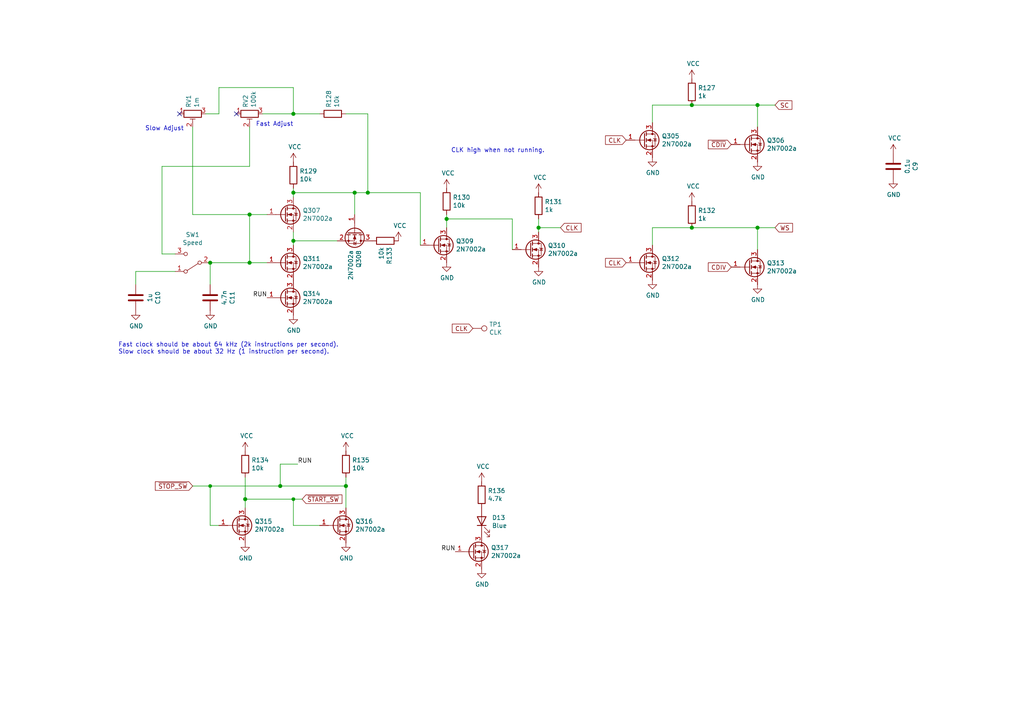
<source format=kicad_sch>
(kicad_sch (version 20210126) (generator eeschema)
  (paper "A4")
  (title_block (title "Q2 Clock Generator") (date "2021-02-05") (rev "1") (company "joewing.net"))
  (lib_symbols
    (symbol "Connector:TestPoint" (pin_numbers hide) (pin_names (offset 0.762) hide)
      (property "Reference" "TP" (at 0 6.858 0))
      (property "Value" "TestPoint" (at 0 5.08 0))
      (symbol "TestPoint_0_1"
        (circle (center 0 3.302) (radius 0.762))
      )
      (symbol "TestPoint_1_1"
        (pin passive line (at 0 0 90) (length 2.54) (name "1") (number "1"))
      )
    )
    (symbol "Device:C" (pin_numbers hide) (pin_names (offset 0.254))
      (property "Reference" "C" (at 0.635 2.54 0))
      (property "Value" "C" (at 0.635 -2.54 0))
      (symbol "C_0_1"
        (polyline (pts (xy -2.032 -0.762) (xy 2.032 -0.762)) (stroke (width 0.508)))
        (polyline (pts (xy -2.032 0.762) (xy 2.032 0.762)) (stroke (width 0.508)))
      )
      (symbol "C_1_1"
        (pin passive line (at 0 3.81 270) (length 2.794) (name "~") (number "1"))
        (pin passive line (at 0 -3.81 90) (length 2.794) (name "~") (number "2"))
      )
    )
    (symbol "Device:LED" (pin_numbers hide) (pin_names (offset 1.016) hide)
      (property "Reference" "D" (at 0 2.54 0))
      (property "Value" "LED" (at 0 -2.54 0))
      (symbol "LED_0_1"
        (polyline (pts (xy -1.27 -1.27) (xy -1.27 1.27)) (stroke (width 0.254)))
        (polyline (pts (xy -1.27 0) (xy 1.27 0)))
        (polyline (pts (xy 1.27 -1.27) (xy 1.27 1.27) (xy -1.27 0) (xy 1.27 -1.27)) (stroke (width 0.254)))
        (polyline (pts (xy -3.048 -0.762) (xy -4.572 -2.286) (xy -3.81 -2.286) (xy -4.572 -2.286) (xy -4.572 -1.524)))
        (polyline (pts (xy -1.778 -0.762) (xy -3.302 -2.286) (xy -2.54 -2.286) (xy -3.302 -2.286) (xy -3.302 -1.524)))
      )
      (symbol "LED_1_1"
        (pin passive line (at -3.81 0 0) (length 2.54) (name "K") (number "1"))
        (pin passive line (at 3.81 0 180) (length 2.54) (name "A") (number "2"))
      )
    )
    (symbol "Device:R" (pin_numbers hide) (pin_names (offset 0))
      (property "Reference" "R" (at 2.032 0 90))
      (property "Value" "R" (at 0 0 90))
      (symbol "R_0_1"
        (rectangle (start -1.016 -2.54) (end 1.016 2.54) (stroke (width 0.254)))
      )
      (symbol "R_1_1"
        (pin passive line (at 0 3.81 270) (length 1.27) (name "~") (number "1"))
        (pin passive line (at 0 -3.81 90) (length 1.27) (name "~") (number "2"))
      )
    )
    (symbol "Device:R_Potentiometer_Trim" (pin_names (offset 1.016) hide)
      (property "Reference" "RV" (at -4.445 0 90))
      (property "Value" "R_Potentiometer_Trim" (at -2.54 0 90))
      (symbol "R_Potentiometer_Trim_0_1"
        (rectangle (start 1.016 2.54) (end -1.016 -2.54) (stroke (width 0.254)))
        (polyline (pts (xy 1.524 0.762) (xy 1.524 -0.762)))
        (polyline (pts (xy 2.54 0) (xy 1.524 0)))
      )
      (symbol "R_Potentiometer_Trim_1_1"
        (pin passive line (at 0 3.81 270) (length 1.27) (name "1") (number "1"))
        (pin passive line (at 3.81 0 180) (length 1.27) (name "2") (number "2"))
        (pin passive line (at 0 -3.81 90) (length 1.27) (name "3") (number "3"))
      )
    )
    (symbol "Switch:SW_SPDT" (pin_names (offset 0) hide)
      (property "Reference" "SW" (at 0 4.318 0))
      (property "Value" "SW_SPDT" (at 0 -5.08 0))
      (symbol "SW_SPDT_0_0"
        (circle (center -2.032 0) (radius 0.508))
        (circle (center 2.032 -2.54) (radius 0.508))
      )
      (symbol "SW_SPDT_0_1"
        (circle (center 2.032 2.54) (radius 0.508))
        (polyline (pts (xy -1.524 0.254) (xy 1.651 2.286)))
      )
      (symbol "SW_SPDT_1_1"
        (pin passive line (at 5.08 2.54 180) (length 2.54) (name "A") (number "1"))
        (pin passive line (at -5.08 0 0) (length 2.54) (name "B") (number "2"))
        (pin passive line (at 5.08 -2.54 180) (length 2.54) (name "C") (number "3"))
      )
    )
    (symbol "Transistor_FET:2N7002" (pin_names hide)
      (property "Reference" "Q" (at 5.08 1.905 0))
      (property "Value" "2N7002" (at 5.08 0 0))
      (symbol "2N7002_0_1"
        (circle (center 1.651 0) (radius 2.794) (stroke (width 0.254)))
        (circle (center 2.54 -1.778) (radius 0.254) (fill (type outline)))
        (circle (center 2.54 1.778) (radius 0.254) (fill (type outline)))
        (polyline (pts (xy 0.254 0) (xy -2.54 0)))
        (polyline (pts (xy 0.254 1.905) (xy 0.254 -1.905)) (stroke (width 0.254)))
        (polyline (pts (xy 0.762 -1.27) (xy 0.762 -2.286)) (stroke (width 0.254)))
        (polyline (pts (xy 0.762 0.508) (xy 0.762 -0.508)) (stroke (width 0.254)))
        (polyline (pts (xy 0.762 2.286) (xy 0.762 1.27)) (stroke (width 0.254)))
        (polyline (pts (xy 2.54 2.54) (xy 2.54 1.778)))
        (polyline (pts (xy 2.54 -2.54) (xy 2.54 0) (xy 0.762 0)))
        (polyline (pts (xy 0.762 -1.778) (xy 3.302 -1.778) (xy 3.302 1.778) (xy 0.762 1.778)))
        (polyline (pts (xy 1.016 0) (xy 2.032 0.381) (xy 2.032 -0.381) (xy 1.016 0)) (fill (type outline)))
        (polyline (pts (xy 2.794 0.508) (xy 2.921 0.381) (xy 3.683 0.381) (xy 3.81 0.254)))
        (polyline (pts (xy 3.302 0.381) (xy 2.921 -0.254) (xy 3.683 -0.254) (xy 3.302 0.381)))
      )
      (symbol "2N7002_1_1"
        (pin input line (at -5.08 0 0) (length 2.54) (name "G") (number "1"))
        (pin passive line (at 2.54 -5.08 90) (length 2.54) (name "S") (number "2"))
        (pin passive line (at 2.54 5.08 270) (length 2.54) (name "D") (number "3"))
      )
    )
    (symbol "power:GND" (power) (pin_names (offset 0))
      (property "Value" "GND" (at 0 -3.81 0))
      (symbol "GND_0_1"
        (polyline (pts (xy 0 0) (xy 0 -1.27) (xy 1.27 -1.27) (xy 0 -2.54) (xy -1.27 -1.27) (xy 0 -1.27)))
      )
      (symbol "GND_1_1"
        (pin power_in line (at 0 0 270) (length 0) hide (name "GND") (number "1"))
      )
    )
    (symbol "power:VCC" (power) (pin_names (offset 0))
      (property "Value" "VCC" (at 0 3.81 0))
      (symbol "VCC_0_1"
        (polyline (pts (xy -0.762 1.27) (xy 0 2.54)))
        (polyline (pts (xy 0 0) (xy 0 2.54)))
        (polyline (pts (xy 0 2.54) (xy 0.762 1.27)))
      )
      (symbol "VCC_1_1"
        (pin power_in line (at 0 0 90) (length 0) hide (name "VCC") (number "1"))
      )
    )
  )
  (junction (at 60.96 76.2) (diameter 1.016))
  (junction (at 60.96 140.97) (diameter 0.9144))
  (junction (at 71.12 144.78) (diameter 1.016))
  (junction (at 72.39 62.23) (diameter 1.016))
  (junction (at 72.39 76.2) (diameter 1.016))
  (junction (at 81.28 140.97) (diameter 1.016))
  (junction (at 85.09 33.02) (diameter 1.016))
  (junction (at 85.09 55.88) (diameter 1.016))
  (junction (at 85.09 69.85) (diameter 1.016))
  (junction (at 85.09 144.78) (diameter 0.9144))
  (junction (at 100.33 140.97) (diameter 1.016))
  (junction (at 102.87 55.88) (diameter 1.016))
  (junction (at 106.68 55.88) (diameter 1.016))
  (junction (at 129.54 63.5) (diameter 1.016))
  (junction (at 156.21 66.04) (diameter 1.016))
  (junction (at 200.66 30.48) (diameter 1.016))
  (junction (at 200.66 66.04) (diameter 1.016))
  (junction (at 219.71 30.48) (diameter 1.016))
  (junction (at 219.71 66.04) (diameter 1.016))
  (no_connect (at 52.07 33.02))
  (no_connect (at 68.58 33.02))
  (wire (pts (xy 39.37 78.74) (xy 39.37 82.55)))
  (wire (pts (xy 46.99 48.26) (xy 72.39 48.26)))
  (wire (pts (xy 46.99 73.66) (xy 46.99 48.26)))
  (wire (pts (xy 46.99 73.66) (xy 50.8 73.66)))
  (wire (pts (xy 50.8 78.74) (xy 39.37 78.74)))
  (wire (pts (xy 55.88 36.83) (xy 55.88 62.23)))
  (wire (pts (xy 55.88 62.23) (xy 72.39 62.23)))
  (wire (pts (xy 55.88 140.97) (xy 60.96 140.97)))
  (wire (pts (xy 60.96 76.2) (xy 60.96 82.55)))
  (wire (pts (xy 60.96 76.2) (xy 72.39 76.2)))
  (wire (pts (xy 60.96 140.97) (xy 81.28 140.97)))
  (wire (pts (xy 60.96 152.4) (xy 60.96 140.97)))
  (wire (pts (xy 63.5 25.4) (xy 63.5 33.02)))
  (wire (pts (xy 63.5 33.02) (xy 59.69 33.02)))
  (wire (pts (xy 63.5 152.4) (xy 60.96 152.4)))
  (wire (pts (xy 71.12 138.43) (xy 71.12 144.78)))
  (wire (pts (xy 71.12 144.78) (xy 85.09 144.78)))
  (wire (pts (xy 71.12 147.32) (xy 71.12 144.78)))
  (wire (pts (xy 72.39 36.83) (xy 72.39 48.26)))
  (wire (pts (xy 72.39 62.23) (xy 77.47 62.23)))
  (wire (pts (xy 72.39 76.2) (xy 72.39 62.23)))
  (wire (pts (xy 76.2 33.02) (xy 85.09 33.02)))
  (wire (pts (xy 77.47 76.2) (xy 72.39 76.2)))
  (wire (pts (xy 81.28 134.62) (xy 81.28 140.97)))
  (wire (pts (xy 81.28 140.97) (xy 100.33 140.97)))
  (wire (pts (xy 85.09 25.4) (xy 63.5 25.4)))
  (wire (pts (xy 85.09 25.4) (xy 85.09 33.02)))
  (wire (pts (xy 85.09 33.02) (xy 92.71 33.02)))
  (wire (pts (xy 85.09 54.61) (xy 85.09 55.88)))
  (wire (pts (xy 85.09 55.88) (xy 85.09 57.15)))
  (wire (pts (xy 85.09 55.88) (xy 102.87 55.88)))
  (wire (pts (xy 85.09 67.31) (xy 85.09 69.85)))
  (wire (pts (xy 85.09 69.85) (xy 85.09 71.12)))
  (wire (pts (xy 85.09 144.78) (xy 85.09 152.4)))
  (wire (pts (xy 85.09 144.78) (xy 87.63 144.78)))
  (wire (pts (xy 85.09 152.4) (xy 92.71 152.4)))
  (wire (pts (xy 86.36 134.62) (xy 81.28 134.62)))
  (wire (pts (xy 97.79 69.85) (xy 85.09 69.85)))
  (wire (pts (xy 100.33 138.43) (xy 100.33 140.97)))
  (wire (pts (xy 100.33 140.97) (xy 100.33 147.32)))
  (wire (pts (xy 102.87 55.88) (xy 102.87 62.23)))
  (wire (pts (xy 106.68 33.02) (xy 100.33 33.02)))
  (wire (pts (xy 106.68 33.02) (xy 106.68 55.88)))
  (wire (pts (xy 106.68 55.88) (xy 102.87 55.88)))
  (wire (pts (xy 106.68 55.88) (xy 121.92 55.88)))
  (wire (pts (xy 121.92 55.88) (xy 121.92 71.12)))
  (wire (pts (xy 129.54 62.23) (xy 129.54 63.5)))
  (wire (pts (xy 129.54 63.5) (xy 129.54 66.04)))
  (wire (pts (xy 129.54 63.5) (xy 148.59 63.5)))
  (wire (pts (xy 148.59 63.5) (xy 148.59 72.39)))
  (wire (pts (xy 156.21 63.5) (xy 156.21 66.04)))
  (wire (pts (xy 156.21 66.04) (xy 156.21 67.31)))
  (wire (pts (xy 162.56 66.04) (xy 156.21 66.04)))
  (wire (pts (xy 189.23 30.48) (xy 200.66 30.48)))
  (wire (pts (xy 189.23 35.56) (xy 189.23 30.48)))
  (wire (pts (xy 189.23 66.04) (xy 200.66 66.04)))
  (wire (pts (xy 189.23 71.12) (xy 189.23 66.04)))
  (wire (pts (xy 200.66 30.48) (xy 219.71 30.48)))
  (wire (pts (xy 200.66 66.04) (xy 219.71 66.04)))
  (wire (pts (xy 219.71 30.48) (xy 219.71 36.83)))
  (wire (pts (xy 219.71 66.04) (xy 219.71 72.39)))
  (wire (pts (xy 224.79 30.48) (xy 219.71 30.48)))
  (wire (pts (xy 224.79 66.04) (xy 219.71 66.04)))
  (text "Fast clock should be about 64 kHz (2k instructions per second).\nSlow clock should be about 32 Hz (1 instruction per second)." (at 34.29 102.87 0) (effects (font (size 1.27 1.27)) (justify left bottom)))
  (text "Slow Adjust" (at 53.34 38.1 180) (effects (font (size 1.27 1.27)) (justify right bottom)))
  (text "Fast Adjust" (at 85.09 36.83 180) (effects (font (size 1.27 1.27)) (justify right bottom)))
  (text "CLK high when not running." (at 130.81 44.45 0) (effects (font (size 1.27 1.27)) (justify left bottom)))
  (label "RUN" (at 77.47 86.36 180))
  (label "RUN" (at 86.36 134.62 0))
  (label "RUN" (at 132.08 160.02 180))
  (global_label "~STOP_SW" (shape input) (at 55.88 140.97 180) (property "Intersheet References" "${INTERSHEET_REFS}" (effects hide)))
  (global_label "~START_SW" (shape input) (at 87.63 144.78 0) (property "Intersheet References" "${INTERSHEET_REFS}" (effects hide)))
  (global_label "CLK" (shape input) (at 137.16 95.25 180) (property "Intersheet References" "${INTERSHEET_REFS}" (effects hide)))
  (global_label "CLK" (shape input) (at 162.56 66.04 0) (property "Intersheet References" "${INTERSHEET_REFS}" (effects hide)))
  (global_label "CLK" (shape input) (at 181.61 40.64 180) (property "Intersheet References" "${INTERSHEET_REFS}" (effects hide)))
  (global_label "CLK" (shape input) (at 181.61 76.2 180) (property "Intersheet References" "${INTERSHEET_REFS}" (effects hide)))
  (global_label "~CDIV" (shape input) (at 212.09 41.91 180) (property "Intersheet References" "${INTERSHEET_REFS}" (effects hide)))
  (global_label "CDIV" (shape input) (at 212.09 77.47 180) (property "Intersheet References" "${INTERSHEET_REFS}" (effects hide)))
  (global_label "SC" (shape input) (at 224.79 30.48 0) (property "Intersheet References" "${INTERSHEET_REFS}" (effects hide)))
  (global_label "WS" (shape input) (at 224.79 66.04 0) (property "Intersheet References" "${INTERSHEET_REFS}" (effects hide)))
  (symbol (lib_id "Connector:TestPoint") (at 137.16 95.25 270) (unit 1)
    (property "Reference" "TP1" (at 141.8591 94.1006 90) (effects (justify left)))
    (property "Value" "CLK" (at 141.859 96.399 90) (effects (justify left)))
    (property "Footprint" "TestPoint:TestPoint_Loop_D2.50mm_Drill1.0mm" (effects hide))
  )
  (symbol (lib_id "power:VCC") (at 71.12 130.81 0) (unit 1)
    (property "Reference" "#PWR0282" (effects hide))
    (property "Value" "VCC" (at 71.5518 126.4158 0))
  )
  (symbol (lib_id "power:VCC") (at 85.09 46.99 0) (unit 1)
    (property "Reference" "#PWR0268" (effects hide))
    (property "Value" "VCC" (at 85.5218 42.5958 0))
  )
  (symbol (lib_id "power:VCC") (at 100.33 130.81 0) (unit 1)
    (property "Reference" "#PWR0283" (effects hide))
    (property "Value" "VCC" (at 100.7618 126.4158 0))
  )
  (symbol (lib_id "power:VCC") (at 115.57 69.85 0) (unit 1)
    (property "Reference" "#PWR0274" (effects hide))
    (property "Value" "VCC" (at 116.0018 65.4558 0))
  )
  (symbol (lib_id "power:VCC") (at 129.54 54.61 0) (unit 1)
    (property "Reference" "#PWR0271" (effects hide))
    (property "Value" "VCC" (at 129.9718 50.2158 0))
  )
  (symbol (lib_id "power:VCC") (at 139.7 139.7 0) (unit 1)
    (property "Reference" "#PWR0284" (effects hide))
    (property "Value" "VCC" (at 140.1318 135.3058 0))
  )
  (symbol (lib_id "power:VCC") (at 156.21 55.88 0) (unit 1)
    (property "Reference" "#PWR0272" (effects hide))
    (property "Value" "VCC" (at 156.6418 51.4858 0))
  )
  (symbol (lib_id "power:VCC") (at 200.66 22.86 0) (unit 1)
    (property "Reference" "#PWR0265" (effects hide))
    (property "Value" "VCC" (at 201.0918 18.4658 0))
  )
  (symbol (lib_id "power:VCC") (at 200.66 58.42 0) (unit 1)
    (property "Reference" "#PWR0273" (effects hide))
    (property "Value" "VCC" (at 201.0918 54.0258 0))
  )
  (symbol (lib_id "power:VCC") (at 259.08 44.45 0) (unit 1)
    (property "Reference" "#PWR0266" (effects hide))
    (property "Value" "VCC" (at 259.5118 40.0558 0))
  )
  (symbol (lib_id "power:GND") (at 39.37 90.17 0) (unit 1)
    (property "Reference" "#PWR0279" (effects hide))
    (property "Value" "GND" (at 39.497 94.5642 0))
  )
  (symbol (lib_id "power:GND") (at 60.96 90.17 0) (unit 1)
    (property "Reference" "#PWR0280" (effects hide))
    (property "Value" "GND" (at 61.087 94.5642 0))
  )
  (symbol (lib_id "power:GND") (at 71.12 157.48 0) (unit 1)
    (property "Reference" "#PWR0285" (effects hide))
    (property "Value" "GND" (at 71.247 161.8742 0))
  )
  (symbol (lib_id "power:GND") (at 85.09 91.44 0) (unit 1)
    (property "Reference" "#PWR0281" (effects hide))
    (property "Value" "GND" (at 85.217 95.8342 0))
  )
  (symbol (lib_id "power:GND") (at 100.33 157.48 0) (unit 1)
    (property "Reference" "#PWR0286" (effects hide))
    (property "Value" "GND" (at 100.457 161.8742 0))
  )
  (symbol (lib_id "power:GND") (at 129.54 76.2 0) (unit 1)
    (property "Reference" "#PWR0275" (effects hide))
    (property "Value" "GND" (at 129.667 80.5942 0))
  )
  (symbol (lib_id "power:GND") (at 139.7 165.1 0) (unit 1)
    (property "Reference" "#PWR0287" (effects hide))
    (property "Value" "GND" (at 139.827 169.4942 0))
  )
  (symbol (lib_id "power:GND") (at 156.21 77.47 0) (unit 1)
    (property "Reference" "#PWR0276" (effects hide))
    (property "Value" "GND" (at 156.337 81.8642 0))
  )
  (symbol (lib_id "power:GND") (at 189.23 45.72 0) (unit 1)
    (property "Reference" "#PWR0267" (effects hide))
    (property "Value" "GND" (at 189.357 50.1142 0))
  )
  (symbol (lib_id "power:GND") (at 189.23 81.28 0) (unit 1)
    (property "Reference" "#PWR0277" (effects hide))
    (property "Value" "GND" (at 189.357 85.6742 0))
  )
  (symbol (lib_id "power:GND") (at 219.71 46.99 0) (unit 1)
    (property "Reference" "#PWR0269" (effects hide))
    (property "Value" "GND" (at 219.837 51.3842 0))
  )
  (symbol (lib_id "power:GND") (at 219.71 82.55 0) (unit 1)
    (property "Reference" "#PWR0278" (effects hide))
    (property "Value" "GND" (at 219.837 86.9442 0))
  )
  (symbol (lib_id "power:GND") (at 259.08 52.07 0) (unit 1)
    (property "Reference" "#PWR0270" (effects hide))
    (property "Value" "GND" (at 259.207 56.4642 0))
  )
  (symbol (lib_id "Device:R") (at 71.12 134.62 0) (unit 1)
    (property "Reference" "R134" (at 72.898 133.4516 0) (effects (justify left)))
    (property "Value" "10k" (at 72.898 135.763 0) (effects (justify left)))
    (property "Footprint" "Resistor_SMD:R_0805_2012Metric" (effects hide))
    (property "LCSC" "C17414" (effects hide))
  )
  (symbol (lib_id "Device:R") (at 85.09 50.8 0) (unit 1)
    (property "Reference" "R129" (at 86.868 49.6316 0) (effects (justify left)))
    (property "Value" "10k" (at 86.868 51.943 0) (effects (justify left)))
    (property "Footprint" "Resistor_SMD:R_0805_2012Metric" (effects hide))
    (property "LCSC" "C17414" (effects hide))
  )
  (symbol (lib_id "Device:R") (at 96.52 33.02 90) (unit 1)
    (property "Reference" "R128" (at 95.3516 31.242 0) (effects (justify left)))
    (property "Value" "10k" (at 97.663 31.242 0) (effects (justify left)))
    (property "Footprint" "Resistor_SMD:R_0805_2012Metric" (effects hide))
    (property "LCSC" "C17414" (effects hide))
  )
  (symbol (lib_id "Device:R") (at 100.33 134.62 0) (unit 1)
    (property "Reference" "R135" (at 102.108 133.4516 0) (effects (justify left)))
    (property "Value" "10k" (at 102.108 135.763 0) (effects (justify left)))
    (property "Footprint" "Resistor_SMD:R_0805_2012Metric" (effects hide))
    (property "LCSC" "C17414" (effects hide))
  )
  (symbol (lib_id "Device:R") (at 111.76 69.85 270) (unit 1)
    (property "Reference" "R133" (at 112.9284 71.628 0) (effects (justify left)))
    (property "Value" "10k" (at 110.617 71.628 0) (effects (justify left)))
    (property "Footprint" "Resistor_SMD:R_0805_2012Metric" (effects hide))
    (property "LCSC" "C17414" (effects hide))
  )
  (symbol (lib_id "Device:R") (at 129.54 58.42 0) (unit 1)
    (property "Reference" "R130" (at 131.318 57.2516 0) (effects (justify left)))
    (property "Value" "10k" (at 131.318 59.563 0) (effects (justify left)))
    (property "Footprint" "Resistor_SMD:R_0805_2012Metric" (effects hide))
    (property "LCSC" "C17414" (effects hide))
  )
  (symbol (lib_id "Device:R") (at 139.7 143.51 0) (unit 1)
    (property "Reference" "R136" (at 141.478 142.3416 0) (effects (justify left)))
    (property "Value" "4.7k" (at 141.478 144.653 0) (effects (justify left)))
    (property "Footprint" "Resistor_SMD:R_0805_2012Metric" (effects hide))
    (property "LCSC" "C17673" (effects hide))
  )
  (symbol (lib_id "Device:R") (at 156.21 59.69 0) (unit 1)
    (property "Reference" "R131" (at 157.988 58.5216 0) (effects (justify left)))
    (property "Value" "1k" (at 157.988 60.833 0) (effects (justify left)))
    (property "Footprint" "Resistor_SMD:R_0805_2012Metric" (effects hide))
    (property "LCSC" "C17513" (effects hide))
  )
  (symbol (lib_id "Device:R") (at 200.66 26.67 0) (unit 1)
    (property "Reference" "R127" (at 202.438 25.5016 0) (effects (justify left)))
    (property "Value" "1k" (at 202.438 27.813 0) (effects (justify left)))
    (property "Footprint" "Resistor_SMD:R_0805_2012Metric" (effects hide))
    (property "LCSC" "C17513" (effects hide))
  )
  (symbol (lib_id "Device:R") (at 200.66 62.23 0) (unit 1)
    (property "Reference" "R132" (at 202.438 61.0616 0) (effects (justify left)))
    (property "Value" "1k" (at 202.438 63.373 0) (effects (justify left)))
    (property "Footprint" "Resistor_SMD:R_0805_2012Metric" (effects hide))
    (property "LCSC" "C17513" (effects hide))
  )
  (symbol (lib_id "Device:LED") (at 139.7 151.13 90) (unit 1)
    (property "Reference" "D13" (at 142.6718 150.1394 90) (effects (justify right)))
    (property "Value" "Blue" (at 142.6718 152.4508 90) (effects (justify right)))
    (property "Footprint" "LED_SMD:LED_0805_2012Metric" (effects hide))
    (property "LCSC" "C2293" (effects hide))
  )
  (symbol (lib_id "Device:C") (at 39.37 86.36 180) (unit 1)
    (property "Reference" "C10" (at 45.7708 86.36 90))
    (property "Value" "1u" (at 43.459 86.36 90))
    (property "Footprint" "Capacitor_SMD:C_0805_2012Metric" (effects hide))
    (property "LCSC" "C28323" (effects hide))
  )
  (symbol (lib_id "Device:C") (at 60.96 86.36 180) (unit 1)
    (property "Reference" "C11" (at 67.3608 86.36 90))
    (property "Value" "4.7n" (at 65.0494 86.36 90))
    (property "Footprint" "Capacitor_SMD:C_0805_2012Metric" (effects hide))
    (property "LCSC" "C1744" (effects hide))
  )
  (symbol (lib_id "Device:C") (at 259.08 48.26 180) (unit 1)
    (property "Reference" "C9" (at 265.4808 48.26 90))
    (property "Value" "0.1u" (at 263.1694 48.26 90))
    (property "Footprint" "Capacitor_SMD:C_0805_2012Metric" (effects hide))
    (property "LCSC" "C49678" (effects hide))
  )
  (symbol (lib_id "Device:R_Potentiometer_Trim") (at 55.88 33.02 90) (mirror x) (unit 1)
    (property "Reference" "RV1" (at 54.7116 31.242 0) (effects (justify right)))
    (property "Value" "1m" (at 57.023 31.242 0) (effects (justify right)))
    (property "Footprint" "Potentiometer_THT:Potentiometer_Bourns_3296W_Vertical" (effects hide))
  )
  (symbol (lib_id "Device:R_Potentiometer_Trim") (at 72.39 33.02 90) (mirror x) (unit 1)
    (property "Reference" "RV2" (at 71.2216 31.242 0) (effects (justify right)))
    (property "Value" "100k" (at 73.533 31.242 0) (effects (justify right)))
    (property "Footprint" "Potentiometer_THT:Potentiometer_Bourns_3296W_Vertical" (effects hide))
  )
  (symbol (lib_id "Switch:SW_SPDT") (at 55.88 76.2 180) (unit 1)
    (property "Reference" "SW1" (at 55.88 68.0782 0))
    (property "Value" "Speed" (at 55.88 70.377 0))
    (property "Footprint" "Connector_PinHeader_2.54mm:PinHeader_1x03_P2.54mm_Vertical" (effects hide))
  )
  (symbol (lib_id "Transistor_FET:2N7002") (at 68.58 152.4 0) (unit 1)
    (property "Reference" "Q315" (at 73.8124 151.2316 0) (effects (justify left)))
    (property "Value" "2N7002a" (at 73.8124 153.543 0) (effects (justify left)))
    (property "Footprint" "Package_TO_SOT_SMD:SOT-23" (effects hide))
    (property "Datasheet" "https://www.fairchildsemi.com/datasheets/2N/2N7002.pdf" (effects hide))
    (property "LCSC" "C8545" (effects hide))
  )
  (symbol (lib_id "Transistor_FET:2N7002") (at 82.55 62.23 0) (unit 1)
    (property "Reference" "Q307" (at 87.7824 61.0616 0) (effects (justify left)))
    (property "Value" "2N7002a" (at 87.7824 63.373 0) (effects (justify left)))
    (property "Footprint" "Package_TO_SOT_SMD:SOT-23" (effects hide))
    (property "Datasheet" "https://www.fairchildsemi.com/datasheets/2N/2N7002.pdf" (effects hide))
    (property "LCSC" "C8545" (effects hide))
  )
  (symbol (lib_id "Transistor_FET:2N7002") (at 82.55 76.2 0) (unit 1)
    (property "Reference" "Q311" (at 87.7824 75.0316 0) (effects (justify left)))
    (property "Value" "2N7002a" (at 87.7824 77.343 0) (effects (justify left)))
    (property "Footprint" "Package_TO_SOT_SMD:SOT-23" (effects hide))
    (property "Datasheet" "https://www.fairchildsemi.com/datasheets/2N/2N7002.pdf" (effects hide))
    (property "LCSC" "C8545" (effects hide))
  )
  (symbol (lib_id "Transistor_FET:2N7002") (at 82.55 86.36 0) (unit 1)
    (property "Reference" "Q314" (at 87.7824 85.1916 0) (effects (justify left)))
    (property "Value" "2N7002a" (at 87.7824 87.503 0) (effects (justify left)))
    (property "Footprint" "Package_TO_SOT_SMD:SOT-23" (effects hide))
    (property "Datasheet" "https://www.fairchildsemi.com/datasheets/2N/2N7002.pdf" (effects hide))
    (property "LCSC" "C8545" (effects hide))
  )
  (symbol (lib_id "Transistor_FET:2N7002") (at 97.79 152.4 0) (unit 1)
    (property "Reference" "Q316" (at 103.0224 151.2316 0) (effects (justify left)))
    (property "Value" "2N7002a" (at 103.0224 153.543 0) (effects (justify left)))
    (property "Footprint" "Package_TO_SOT_SMD:SOT-23" (effects hide))
    (property "Datasheet" "https://www.fairchildsemi.com/datasheets/2N/2N7002.pdf" (effects hide))
    (property "LCSC" "C8545" (effects hide))
  )
  (symbol (lib_id "Transistor_FET:2N7002") (at 102.87 67.31 270) (unit 1)
    (property "Reference" "Q308" (at 104.0384 72.5424 0) (effects (justify left)))
    (property "Value" "2N7002a" (at 101.727 72.5424 0) (effects (justify left)))
    (property "Footprint" "Package_TO_SOT_SMD:SOT-23" (effects hide))
    (property "Datasheet" "https://www.fairchildsemi.com/datasheets/2N/2N7002.pdf" (effects hide))
    (property "LCSC" "C8545" (effects hide))
  )
  (symbol (lib_id "Transistor_FET:2N7002") (at 127 71.12 0) (unit 1)
    (property "Reference" "Q309" (at 132.2324 69.9516 0) (effects (justify left)))
    (property "Value" "2N7002a" (at 132.2324 72.263 0) (effects (justify left)))
    (property "Footprint" "Package_TO_SOT_SMD:SOT-23" (effects hide))
    (property "Datasheet" "https://www.fairchildsemi.com/datasheets/2N/2N7002.pdf" (effects hide))
    (property "LCSC" "C8545" (effects hide))
  )
  (symbol (lib_id "Transistor_FET:2N7002") (at 137.16 160.02 0) (unit 1)
    (property "Reference" "Q317" (at 142.3924 158.8516 0) (effects (justify left)))
    (property "Value" "2N7002a" (at 142.3924 161.163 0) (effects (justify left)))
    (property "Footprint" "Package_TO_SOT_SMD:SOT-23" (effects hide))
    (property "Datasheet" "https://www.fairchildsemi.com/datasheets/2N/2N7002.pdf" (effects hide))
    (property "LCSC" "C8545" (effects hide))
  )
  (symbol (lib_id "Transistor_FET:2N7002") (at 153.67 72.39 0) (unit 1)
    (property "Reference" "Q310" (at 158.9024 71.2216 0) (effects (justify left)))
    (property "Value" "2N7002a" (at 158.9024 73.533 0) (effects (justify left)))
    (property "Footprint" "Package_TO_SOT_SMD:SOT-23" (effects hide))
    (property "Datasheet" "https://www.fairchildsemi.com/datasheets/2N/2N7002.pdf" (effects hide))
    (property "LCSC" "C8545" (effects hide))
  )
  (symbol (lib_id "Transistor_FET:2N7002") (at 186.69 40.64 0) (unit 1)
    (property "Reference" "Q305" (at 191.9224 39.4716 0) (effects (justify left)))
    (property "Value" "2N7002a" (at 191.9224 41.783 0) (effects (justify left)))
    (property "Footprint" "Package_TO_SOT_SMD:SOT-23" (effects hide))
    (property "Datasheet" "https://www.fairchildsemi.com/datasheets/2N/2N7002.pdf" (effects hide))
    (property "LCSC" "C8545" (effects hide))
  )
  (symbol (lib_id "Transistor_FET:2N7002") (at 186.69 76.2 0) (unit 1)
    (property "Reference" "Q312" (at 191.9224 75.0316 0) (effects (justify left)))
    (property "Value" "2N7002a" (at 191.9224 77.343 0) (effects (justify left)))
    (property "Footprint" "Package_TO_SOT_SMD:SOT-23" (effects hide))
    (property "Datasheet" "https://www.fairchildsemi.com/datasheets/2N/2N7002.pdf" (effects hide))
    (property "LCSC" "C8545" (effects hide))
  )
  (symbol (lib_id "Transistor_FET:2N7002") (at 217.17 41.91 0) (unit 1)
    (property "Reference" "Q306" (at 222.4024 40.7416 0) (effects (justify left)))
    (property "Value" "2N7002a" (at 222.4024 43.053 0) (effects (justify left)))
    (property "Footprint" "Package_TO_SOT_SMD:SOT-23" (effects hide))
    (property "Datasheet" "https://www.fairchildsemi.com/datasheets/2N/2N7002.pdf" (effects hide))
    (property "LCSC" "C8545" (effects hide))
  )
  (symbol (lib_id "Transistor_FET:2N7002") (at 217.17 77.47 0) (unit 1)
    (property "Reference" "Q313" (at 222.4024 76.3016 0) (effects (justify left)))
    (property "Value" "2N7002a" (at 222.4024 78.613 0) (effects (justify left)))
    (property "Footprint" "Package_TO_SOT_SMD:SOT-23" (effects hide))
    (property "Datasheet" "https://www.fairchildsemi.com/datasheets/2N/2N7002.pdf" (effects hide))
    (property "LCSC" "C8545" (effects hide))
  )
)
</source>
